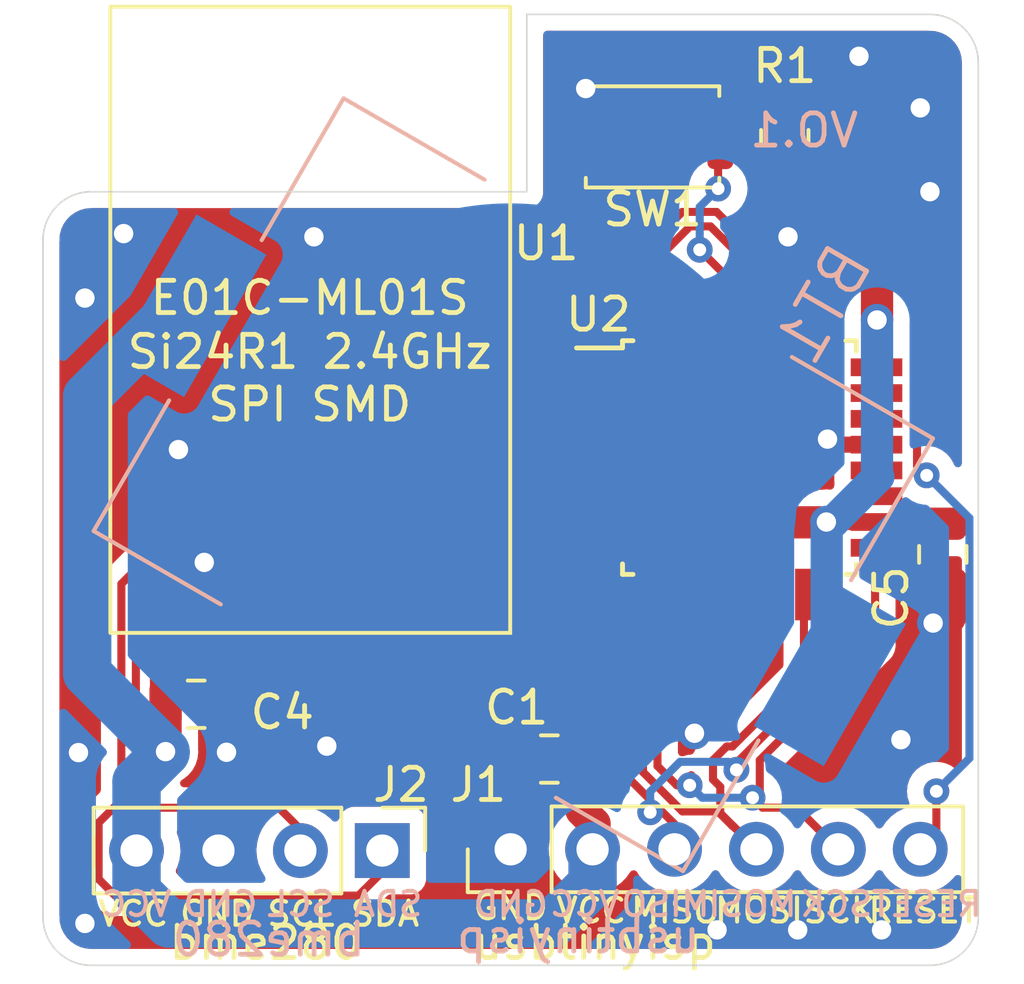
<source format=kicad_pcb>
(kicad_pcb (version 20211014) (generator pcbnew)
  (layers (0 "F.Cu" signal) (31 "B.Cu" signal) (34 "B.Paste" user) (35 "F.Paste" user) (36 "B.SilkS" user "B.Silkscreen") (37 "F.SilkS" user "F.Silkscreen") (38 "B.Mask" user) (39 "F.Mask" user) (44 "Edge.Cuts" user))
  (net 0 "")
  (net 1 "SDA")
  (net 2 "SCL")
  (net 3 "VCC")
  (net 4 "GND")
  (net 7 "SCK")
  (net 8 "MOSI")
  (net 9 "MISO")
  (net 11 "RXD")
  (net 12 "TXD")
  (net 30 "RESET")
  (footprint "My footprints:E01C-ML01S" (layer "F.Cu") (at 103.759 66.294 180)
    (fp_text reference "U1" (at -7.341 1.694) (layer "F.SilkS"))
    (fp_text value "E01C-ML01S")
    (fp_text user "E01C-ML01S" (at -0.011 0 unlocked) (layer "F.SilkS"))
    (fp_text user "SPI SMD" (at -0.011 -3.306 unlocked) (layer "F.SilkS"))
    (fp_text user "Si24R1 2.4GHz" (at -0.011 -1.676 unlocked) (layer "F.SilkS"))
    (fp_rect (start -6.227099 -10.392333) (end 6.17144 9.033116) (layer "F.SilkS") (width 0.12) (fill none))
    (pad "1" smd rect (at 4.444214 -10.179664 180) (size 0.9 2) (layers "F.Cu" "F.Paste" "F.Mask") (net 3 "VCC"))
    (pad "2" smd rect (at 3.174214 -10.179664 180) (size 0.9 2) (layers "F.Cu" "F.Paste" "F.Mask"))
    (pad "3" smd rect (at 1.904214 -10.179664 180) (size 0.9 2) (layers "F.Cu" "F.Paste" "F.Mask"))
    (pad "4" smd rect (at 0.634214 -10.179664 180) (size 0.9 2) (layers "F.Cu" "F.Paste" "F.Mask") (net 7 "SCK"))
    (pad "5" smd rect (at -0.635786 -10.179664 180) (size 0.9 2) (layers "F.Cu" "F.Paste" "F.Mask") (net 8 "MOSI"))
    (pad "6" smd rect (at -1.905786 -10.179664 180) (size 0.9 2) (layers "F.Cu" "F.Paste" "F.Mask") (net 9 "MISO"))
    (pad "7" smd rect (at -3.175786 -10.179664 180) (size 0.9 2) (layers "F.Cu" "F.Paste" "F.Mask"))
    (pad "8" smd rect (at -4.445786 -10.179664 180) (size 0.9 2) (layers "F.Cu" "F.Paste" "F.Mask") (net 4 "GND"))
    (zone (net 0) (net_name "") (layers *.Cu) (connect_pads (clearance 0)) (min_thickness 0.254)
      (keepout (tracks not_allowed) (vias not_allowed) (pads not_allowed) (copperpour not_allowed) (footprints not_allowed))
      (fill (thermal_gap 0.508) (thermal_bridge_width 0.508))
      (polygon (pts (xy 97.75405 57.428082) (xy 109.743315 57.42808) (xy 109.743315 62.92808) (xy 97.75405 62.928082)))
    )
  )
  (footprint "Connector_PinHeader_2.54mm:PinHeader_1x04_P2.54mm_Vertical" (layer "F.Cu") (at 106.02 83.439 -90)
    (fp_text reference "J2" (at -2.039 -0.58) (layer "F.SilkS"))
    (fp_text value "BME280")
    (fp_line (start -1.33 -1.33) (end 0 -1.33) (layer "F.SilkS") (width 0.12))
    (fp_line (start -1.33 0) (end -1.33 -1.33) (layer "F.SilkS") (width 0.12))
    (fp_line (start -1.33 8.95) (end 1.33 8.95) (layer "F.SilkS") (width 0.12))
    (fp_line (start -1.33 1.27) (end -1.33 8.95) (layer "F.SilkS") (width 0.12))
    (fp_line (start -1.33 1.27) (end 1.33 1.27) (layer "F.SilkS") (width 0.12))
    (fp_line (start 1.33 1.27) (end 1.33 8.95) (layer "F.SilkS") (width 0.12))
    (pad "1" thru_hole rect (at 0 0 270) (size 1.7 1.7) (drill 1) (layers *.Cu *.Mask) (net 1 "SDA"))
    (pad "2" thru_hole oval (at 0 2.54 270) (size 1.7 1.7) (drill 1) (layers *.Cu *.Mask) (net 2 "SCL"))
    (pad "3" thru_hole oval (at 0 5.08 270) (size 1.7 1.7) (drill 1) (layers *.Cu *.Mask) (net 4 "GND"))
    (pad "4" thru_hole oval (at 0 7.62 270) (size 1.7 1.7) (drill 1) (layers *.Cu *.Mask) (net 3 "VCC"))
  )
  (footprint "Capacitor_SMD:C_0805_2012Metric" (layer "F.Cu") (at 111.2 80.6)
    (fp_text reference "C1" (at -1.015 -1.598) (layer "F.SilkS"))
    (fp_text value "0.1µF")
    (fp_line (start -0.261252 -0.735) (end 0.261252 -0.735) (layer "F.SilkS") (width 0.12))
    (fp_line (start -0.261252 0.735) (end 0.261252 0.735) (layer "F.SilkS") (width 0.12))
    (pad "1" smd roundrect (at -0.95 0) (size 1 1.45) (layers "F.Cu" "F.Paste" "F.Mask") (net 4 "GND"))
    (pad "2" smd roundrect (at 0.95 0) (size 1 1.45) (layers "F.Cu" "F.Paste" "F.Mask") (net 3 "VCC"))
  )
  (footprint "Capacitor_SMD:C_0805_2012Metric" (layer "F.Cu") (at 100.25 78.9 180)
    (fp_text reference "C4" (at -2.67 -0.25) (layer "F.SilkS"))
    (fp_text value "0.1µF")
    (fp_line (start -0.261252 0.735) (end 0.261252 0.735) (layer "F.SilkS") (width 0.12))
    (fp_line (start -0.261252 -0.735) (end 0.261252 -0.735) (layer "F.SilkS") (width 0.12))
    (pad "1" smd roundrect (at -0.95 0 180) (size 1 1.45) (layers "F.Cu" "F.Paste" "F.Mask") (net 4 "GND"))
    (pad "2" smd roundrect (at 0.95 0 180) (size 1 1.45) (layers "F.Cu" "F.Paste" "F.Mask") (net 3 "VCC"))
  )
  (footprint "Button_Switch_SMD:SW_Push_SPST_NO_Alps_SKRK" (layer "F.Cu") (at 114.4 61.3 180)
    (fp_text reference "SW1" (at 0 -2.25) (layer "F.SilkS"))
    (fp_text value "SW_Push")
    (fp_line (start 2.07 1.27) (end 2.07 1.57) (layer "F.SilkS") (width 0.12))
    (fp_line (start -2.07 -1.57) (end 2.07 -1.57) (layer "F.SilkS") (width 0.12))
    (fp_line (start 2.07 1.57) (end -2.07 1.57) (layer "F.SilkS") (width 0.12))
    (fp_line (start -2.07 -1.27) (end -2.07 -1.57) (layer "F.SilkS") (width 0.12))
    (fp_line (start -2.07 1.57) (end -2.07 1.27) (layer "F.SilkS") (width 0.12))
    (fp_line (start 2.07 -1.57) (end 2.07 -1.27) (layer "F.SilkS") (width 0.12))
    (pad "1" smd roundrect (at -2.1 0 180) (size 0.8 2) (layers "F.Cu" "F.Paste" "F.Mask") (net 30 "RESET"))
    (pad "2" smd roundrect (at 2.1 0 180) (size 0.8 2) (layers "F.Cu" "F.Paste" "F.Mask") (net 4 "GND"))
  )
  (footprint "Connector_PinHeader_2.54mm:PinHeader_1x06_P2.54mm_Vertical" (layer "F.Cu") (at 110 83.4 90)
    (fp_text reference "J1" (at 2 -1 180) (layer "F.SilkS"))
    (fp_text value "USBtinyISP")
    (fp_line (start -1.33 14.03) (end 1.33 14.03) (layer "F.SilkS") (width 0.12))
    (fp_line (start 1.33 1.27) (end 1.33 14.03) (layer "F.SilkS") (width 0.12))
    (fp_line (start -1.33 1.27) (end 1.33 1.27) (layer "F.SilkS") (width 0.12))
    (fp_line (start -1.33 0) (end -1.33 -1.33) (layer "F.SilkS") (width 0.12))
    (fp_line (start -1.33 1.27) (end -1.33 14.03) (layer "F.SilkS") (width 0.12))
    (fp_line (start -1.33 -1.33) (end 0 -1.33) (layer "F.SilkS") (width 0.12))
    (pad "1" thru_hole rect (at 0 0 90) (size 1.7 1.7) (drill 1) (layers *.Cu *.Mask) (net 4 "GND"))
    (pad "2" thru_hole oval (at 0 2.54 90) (size 1.7 1.7) (drill 1) (layers *.Cu *.Mask) (net 3 "VCC"))
    (pad "3" thru_hole oval (at 0 5.08 90) (size 1.7 1.7) (drill 1) (layers *.Cu *.Mask) (net 9 "MISO"))
    (pad "4" thru_hole oval (at 0 7.62 90) (size 1.7 1.7) (drill 1) (layers *.Cu *.Mask) (net 8 "MOSI"))
    (pad "5" thru_hole oval (at 0 10.16 90) (size 1.7 1.7) (drill 1) (layers *.Cu *.Mask) (net 7 "SCK"))
    (pad "6" thru_hole oval (at 0 12.7 90) (size 1.7 1.7) (drill 1) (layers *.Cu *.Mask) (net 30 "RESET"))
  )
  (footprint "Capacitor_SMD:C_0805_2012Metric" (layer "F.Cu") (at 123.4 74.25 90)
    (fp_text reference "C5" (at -1.35 -1.6 90) (layer "F.SilkS"))
    (fp_text value "0.1µF")
    (fp_line (start -0.261252 -0.735) (end 0.261252 -0.735) (layer "F.SilkS") (width 0.12))
    (fp_line (start -0.261252 0.735) (end 0.261252 0.735) (layer "F.SilkS") (width 0.12))
    (pad "1" smd roundrect (at -0.95 0 90) (size 1 1.45) (layers "F.Cu" "F.Paste" "F.Mask") (net 4 "GND"))
    (pad "2" smd roundrect (at 0.95 0 90) (size 1 1.45) (layers "F.Cu" "F.Paste" "F.Mask") (net 3 "VCC"))
  )
  (footprint "Package_QFP:TQFP-32_7x7mm_P0.8mm" (layer "F.Cu") (at 117.094 71.247)
    (fp_text reference "U2" (at -4.374 -4.437) (layer "F.SilkS"))
    (fp_text value "ATmega328P-A")
    (fp_line (start -3.625 -3.625) (end -3.3 -3.625) (layer "F.SilkS") (width 0.15))
    (fp_line (start 3.625 3.625) (end 3.3 3.625) (layer "F.SilkS") (width 0.15))
    (fp_line (start 3.625 -3.625) (end 3.3 -3.625) (layer "F.SilkS") (width 0.15))
    (fp_line (start 3.625 3.625) (end 3.625 3.3) (layer "F.SilkS") (width 0.15))
    (fp_line (start -3.625 3.625) (end -3.3 3.625) (layer "F.SilkS") (width 0.15))
    (fp_line (start -3.625 3.625) (end -3.625 3.3) (layer "F.SilkS") (width 0.15))
    (fp_line (start 3.625 -3.625) (end 3.625 -3.3) (layer "F.SilkS") (width 0.15))
    (fp_line (start -3.625 -3.625) (end -3.625 -3.4) (layer "F.SilkS") (width 0.15))
    (fp_line (start -3.625 -3.4) (end -5.05 -3.4) (layer "F.SilkS") (width 0.15))
    (pad "1" smd rect (at -4.25 -2.8) (size 1.6 0.55) (layers "F.Cu" "F.Paste" "F.Mask"))
    (pad "2" smd rect (at -4.25 -2) (size 1.6 0.55) (layers "F.Cu" "F.Paste" "F.Mask"))
    (pad "3" smd rect (at -4.25 -1.2) (size 1.6 0.55) (layers "F.Cu" "F.Paste" "F.Mask") (net 4 "GND"))
    (pad "4" smd rect (at -4.25 -0.4) (size 1.6 0.55) (layers "F.Cu" "F.Paste" "F.Mask") (net 3 "VCC"))
    (pad "5" smd rect (at -4.25 0.4) (size 1.6 0.55) (layers "F.Cu" "F.Paste" "F.Mask") (net 4 "GND"))
    (pad "6" smd rect (at -4.25 1.2) (size 1.6 0.55) (layers "F.Cu" "F.Paste" "F.Mask") (net 3 "VCC"))
    (pad "7" smd rect (at -4.25 2) (size 1.6 0.55) (layers "F.Cu" "F.Paste" "F.Mask"))
    (pad "8" smd rect (at -4.25 2.8) (size 1.6 0.55) (layers "F.Cu" "F.Paste" "F.Mask"))
    (pad "9" smd rect (at -2.8 4.25 90) (size 1.6 0.55) (layers "F.Cu" "F.Paste" "F.Mask"))
    (pad "10" smd rect (at -2 4.25 90) (size 1.6 0.55) (layers "F.Cu" "F.Paste" "F.Mask"))
    (pad "11" smd rect (at -1.2 4.25 90) (size 1.6 0.55) (layers "F.Cu" "F.Paste" "F.Mask"))
    (pad "12" smd rect (at -0.4 4.25 90) (size 1.6 0.55) (layers "F.Cu" "F.Paste" "F.Mask"))
    (pad "13" smd rect (at 0.4 4.25 90) (size 1.6 0.55) (layers "F.Cu" "F.Paste" "F.Mask"))
    (pad "14" smd rect (at 1.2 4.25 90) (size 1.6 0.55) (layers "F.Cu" "F.Paste" "F.Mask"))
    (pad "15" smd rect (at 2 4.25 90) (size 1.6 0.55) (layers "F.Cu" "F.Paste" "F.Mask") (net 8 "MOSI"))
    (pad "16" smd rect (at 2.8 4.25 90) (size 1.6 0.55) (layers "F.Cu" "F.Paste" "F.Mask") (net 9 "MISO"))
    (pad "17" smd rect (at 4.25 2.8) (size 1.6 0.55) (layers "F.Cu" "F.Paste" "F.Mask") (net 7 "SCK"))
    (pad "18" smd rect (at 4.25 2) (size 1.6 0.55) (layers "F.Cu" "F.Paste" "F.Mask") (net 3 "VCC"))
    (pad "19" smd rect (at 4.25 1.2) (size 1.6 0.55) (layers "F.Cu" "F.Paste" "F.Mask"))
    (pad "20" smd rect (at 4.25 0.4) (size 1.6 0.55) (layers "F.Cu" "F.Paste" "F.Mask"))
    (pad "21" smd rect (at 4.25 -0.4) (size 1.6 0.55) (layers "F.Cu" "F.Paste" "F.Mask") (net 4 "GND"))
    (pad "22" smd rect (at 4.25 -1.2) (size 1.6 0.55) (layers "F.Cu" "F.Paste" "F.Mask"))
    (pad "23" smd rect (at 4.25 -2) (size 1.6 0.55) (layers "F.Cu" "F.Paste" "F.Mask"))
    (pad "24" smd rect (at 4.25 -2.8) (size 1.6 0.55) (layers "F.Cu" "F.Paste" "F.Mask"))
    (pad "25" smd rect (at 2.8 -4.25 90) (size 1.6 0.55) (layers "F.Cu" "F.Paste" "F.Mask"))
    (pad "26" smd rect (at 2 -4.25 90) (size 1.6 0.55) (layers "F.Cu" "F.Paste" "F.Mask"))
    (pad "27" smd rect (at 1.2 -4.25 90) (size 1.6 0.55) (layers "F.Cu" "F.Paste" "F.Mask") (net 1 "SDA"))
    (pad "28" smd rect (at 0.4 -4.25 90) (size 1.6 0.55) (layers "F.Cu" "F.Paste" "F.Mask") (net 2 "SCL"))
    (pad "29" smd rect (at -0.4 -4.25 90) (size 1.6 0.55) (layers "F.Cu" "F.Paste" "F.Mask") (net 30 "RESET"))
    (pad "30" smd rect (at -1.2 -4.25 90) (size 1.6 0.55) (layers "F.Cu" "F.Paste" "F.Mask") (net 11 "RXD"))
    (pad "31" smd rect (at -2 -4.25 90) (size 1.6 0.55) (layers "F.Cu" "F.Paste" "F.Mask") (net 12 "TXD"))
    (pad "32" smd rect (at -2.8 -4.25 90) (size 1.6 0.55) (layers "F.Cu" "F.Paste" "F.Mask"))
  )
  (footprint "Resistor_SMD:R_0805_2012Metric" (layer "F.Cu") (at 118.5 61.3125 90)
    (fp_text reference "R1" (at 2.2125 0 180) (layer "F.SilkS"))
    (fp_text value "10K")
    (fp_line (start -0.227064 -0.735) (end 0.227064 -0.735) (layer "F.SilkS") (width 0.12))
    (fp_line (start -0.227064 0.735) (end 0.227064 0.735) (layer "F.SilkS") (width 0.12))
    (pad "1" smd roundrect (at -0.9125 0 90) (size 1.025 1.4) (layers "F.Cu" "F.Paste" "F.Mask") (roundrect_rratio 0.243902439) (net 3 "VCC"))
    (pad "2" smd roundrect (at 0.9125 0 90) (size 1.025 1.4) (layers "F.Cu" "F.Paste" "F.Mask") (roundrect_rratio 0.243902439) (net 30 "RESET"))
  )
  (footprint "batteryholder_smd_cr2022_cr2032:BAT_BAT-HLD-001" (layer "B.Cu") (at 109.982 72.263 -30)
    (fp_text reference "BT1" (at 5.534535 -9.849904 60) (layer "B.SilkS") (effects (font (size 1.4 1.4)) (justify mirror)))
    (fp_text value "Battery")
    (fp_line (start -10.55 -2.87) (end -10.55 -7.95) (layer "B.SilkS") (width 0.127))
    (fp_line (start -10.55 -7.95) (end -5.5 -7.95) (layer "B.SilkS") (width 0.127))
    (fp_line (start 6 7.55) (end 10.55 7.55) (layer "B.SilkS") (width 0.127))
    (fp_line (start 10.55 7.55) (end 10.55 2.87) (layer "B.SilkS") (width 0.127))
    (fp_line (start -10.55 7.55) (end -6 7.55) (layer "B.SilkS") (width 0.127))
    (fp_line (start 5.5 -7.95) (end 10.55 -7.95) (layer "B.SilkS") (width 0.127))
    (fp_line (start 10.55 -7.95) (end 10.55 -2.87) (layer "B.SilkS") (width 0.127))
    (fp_line (start -10.55 2.87) (end -10.55 7.55) (layer "B.SilkS") (width 0.127))
    (pad "N1" smd circle locked (at 0 0 300) (size 17.8 17.8) (layers "B.Cu" "B.Mask") (net 4 "GND"))
    (pad "P1" smd rect locked (at -11.45 0 330) (size 2.5 5.1) (layers "B.Cu" "B.Paste" "B.Mask") (net 3 "VCC"))
    (pad "P2" smd rect locked (at 11.45 0 330) (size 2.5 5.1) (layers "B.Cu" "B.Paste" "B.Mask") (net 3 "VCC"))
  )
  (gr_arc (start 95.5 64.5) (mid 95.93934 63.43934) (end 97 63) (layer "Edge.Cuts") (width 0.05))
  (gr_line (start 110.5 57.5) (end 110.5 63) (layer "Edge.Cuts") (width 0.05))
  (gr_line (start 124.5 85.5) (end 124.5 59) (layer "Edge.Cuts") (width 0.05))
  (gr_line (start 123 57.5) (end 110.5 57.5) (layer "Edge.Cuts") (width 0.05))
  (gr_arc (start 123 57.5) (mid 124.06066 57.93934) (end 124.5 59) (layer "Edge.Cuts") (width 0.05))
  (gr_line (start 95.5 64.5) (end 95.5 85.5) (layer "Edge.Cuts") (width 0.05))
  (gr_line (start 110.5 63) (end 97 63) (layer "Edge.Cuts") (width 0.05))
  (gr_line (start 97 87) (end 123 87) (layer "Edge.Cuts") (width 0.05))
  (gr_arc (start 124.5 85.5) (mid 124.06066 86.56066) (end 123 87) (layer "Edge.Cuts") (width 0.05))
  (gr_arc (start 97 87) (mid 95.93934 86.56066) (end 95.5 85.5) (layer "Edge.Cuts") (width 0.05))
  (gr_text "RESET" (at 122.9 85.1) (layer "B.SilkS") (effects (font (size 0.75 0.75) (thickness 0.125)) (justify mirror)))
  (gr_text "VCC" (at 112.3 85.1) (layer "B.SilkS") (effects (font (size 0.75 0.75) (thickness 0.125)) (justify mirror)))
  (gr_text "SDA" (at 106.2 85.1) (layer "B.SilkS") (effects (font (size 0.75 0.75) (thickness 0.125)) (justify mirror)))
  (gr_text "SCL" (at 103.5 85.1) (layer "B.SilkS") (effects (font (size 0.75 0.75) (thickness 0.125)) (justify mirror)))
  (gr_text "bme280" (at 102.5 86.2) (layer "B.SilkS") (effects (font (size 1 1)) (justify mirror)))
  (gr_text "GND" (at 101 85.1) (layer "B.SilkS") (effects (font (size 0.75 0.75) (thickness 0.125)) (justify mirror)))
  (gr_text "GND" (at 110 85.1) (layer "B.SilkS") (effects (font (size 0.75 0.75) (thickness 0.125)) (justify mirror)))
  (gr_text "usbtinyisp" (at 112.1 86.1) (layer "B.SilkS") (effects (font (size 1 1)) (justify mirror)))
  (gr_text "MISO" (at 114.8 85.1) (layer "B.SilkS") (effects (font (size 0.75 0.75) (thickness 0.125)) (justify mirror)))
  (gr_text "VO.1" (at 119.1 61.1) (layer "B.SilkS") (effects (font (size 1 1)) (justify mirror)))
  (gr_text "VCC" (at 98.4 85.1) (layer "B.SilkS") (effects (font (size 0.75 0.75) (thickness 0.125)) (justify mirror)))
  (gr_text "SCK" (at 120.1 85.1) (layer "B.SilkS") (effects (font (size 0.75 0.75) (thickness 0.125)) (justify mirror)))
  (gr_text "MOSI" (at 117.5 85.1) (layer "B.SilkS") (effects (font (size 0.75 0.75) (thickness 0.125)) (justify mirror)))
  (gr_text "SCK" (at 120.2 85.3) (layer "F.SilkS") (effects (font (size 0.75 0.75) (thickness 0.125))))
  (gr_text "usbtinyisp" (at 112.6 86.3) (layer "F.SilkS") (effects (font (size 1 1))))
  (gr_text "GND" (at 110 85.2) (layer "F.SilkS") (effects (font (size 0.75 0.75) (thickness 0.125))))
  (gr_text "RESET" (at 122.8 85.3) (layer "F.SilkS") (effects (font (size 0.75 0.75) (thickness 0.125))))
  (gr_text "VCC" (at 112.5 85.3) (layer "F.SilkS") (effects (font (size 0.75 0.75) (thickness 0.125))))
  (gr_text "GND" (at 100.9 85.4) (layer "F.SilkS") (effects (font (size 0.75 0.75) (thickness 0.125))))
  (gr_text "bme280" (at 102.4 86.3) (layer "F.SilkS") (effects (font (size 1 1))))
  (gr_text "MOSI" (at 117.7 85.3) (layer "F.SilkS") (effects (font (size 0.75 0.75) (thickness 0.125))))
  (gr_text "MISO" (at 115.1 85.3) (layer "F.SilkS") (effects (font (size 0.75 0.75) (thickness 0.125))))
  (gr_text "VCC" (at 98.3 85.4) (layer "F.SilkS") (effects (font (size 0.75 0.75) (thickness 0.125))))
  (gr_text "SCL" (at 103.5 85.4) (layer "F.SilkS") (effects (font (size 0.75 0.75) (thickness 0.125))))
  (gr_text "SDA" (at 106.1 85.4) (layer "F.SilkS") (effects (font (size 0.75 0.75) (thickness 0.125))))
  (segment (start 97.736 84.836) (end 105.283 84.836) (width 0.25) (layer "F.Cu") (net 1))
  (segment (start 97.225 82.575) (end 97.225 84.325) (width 0.25) (layer "F.Cu") (net 1))
  (segment (start 100.146812 72.95) (end 97.93 75.166812) (width 0.25) (layer "F.Cu") (net 1))
  (segment (start 97.93 81.87) (end 97.225 82.575) (width 0.25) (layer "F.Cu") (net 1))
  (segment (start 105.313604 72.95) (end 100.146812 72.95) (width 0.25) (layer "F.Cu") (net 1))
  (segment (start 97.225 84.325) (end 97.736 84.836) (width 0.25) (layer "F.Cu") (net 1))
  (segment (start 118.294 66.997) (end 118.294 65.537604) (width 0.25) (layer "F.Cu") (net 1))
  (segment (start 105.283 84.836) (end 106.68 83.439) (width 0.25) (layer "F.Cu") (net 1))
  (segment (start 118.294 65.537604) (end 116.383396 63.627) (width 0.25) (layer "F.Cu") (net 1))
  (segment (start 97.93 75.166812) (end 97.93 81.87) (width 0.25) (layer "F.Cu") (net 1))
  (segment (start 116.383396 63.627) (end 115.323 63.627) (width 0.25) (layer "F.Cu") (net 1))
  (segment (start 115.323 63.627) (end 113.6 65.35) (width 0.25) (layer "F.Cu") (net 1))
  (segment (start 112.913604 65.35) (end 105.313604 72.95) (width 0.25) (layer "F.Cu") (net 1))
  (segment (start 113.6 65.35) (end 112.913604 65.35) (width 0.25) (layer "F.Cu") (net 1))
  (segment (start 105.5 73.4) (end 100.333208 73.4) (width 0.25) (layer "F.Cu") (net 2))
  (segment (start 116.1965 64.0765) (end 115.562395 64.0765) (width 0.25) (layer "F.Cu") (net 2))
  (segment (start 98.711 82.111) (end 102.812 82.111) (width 0.25) (layer "F.Cu") (net 2))
  (segment (start 117.5 65.38) (end 116.1965 64.0765) (width 0.25) (layer "F.Cu") (net 2))
  (segment (start 102.812 82.111) (end 104.14 83.439) (width 0.25) (layer "F.Cu") (net 2))
  (segment (start 98.38 75.353208) (end 98.38 81.78) (width 0.25) (layer "F.Cu") (net 2))
  (segment (start 98.38 81.78) (end 98.711 82.111) (width 0.25) (layer "F.Cu") (net 2))
  (segment (start 115.562395 64.0765) (end 113.838895 65.8) (width 0.25) (layer "F.Cu") (net 2))
  (segment (start 117.494 66.997) (end 117.494 65.386) (width 0.25) (layer "F.Cu") (net 2))
  (segment (start 113.838895 65.8) (end 113.1 65.8) (width 0.25) (layer "F.Cu") (net 2))
  (segment (start 113.1 65.8) (end 105.5 73.4) (width 0.25) (layer "F.Cu") (net 2))
  (segment (start 100.333208 73.4) (end 98.38 75.353208) (width 0.25) (layer "F.Cu") (net 2))
  (segment (start 112.2 82.2) (end 112.6 82.6) (width 1) (layer "F.Cu") (net 3))
  (segment (start 119.789819 73.247) (end 119.779638 73.257181) (width 1) (layer "F.Cu") (net 3))
  (segment (start 112.844 70.847) (end 113.847 70.847) (width 0.6) (layer "F.Cu") (net 3))
  (segment (start 118.5 62.225) (end 121.36 65.085) (width 1) (layer "F.Cu") (net 3))
  (segment (start 121.36 65.085) (end 121.36 66.98) (width 1) (layer "F.Cu") (net 3))
  (segment (start 118.83 62.59) (end 118.83 62.37) (width 0.25) (layer "F.Cu") (net 3))
  (segment (start 99.3 80.37) (end 99.3 78.9) (width 1) (layer "F.Cu") (net 3))
  (segment (start 121.344 73.247) (end 123.347 73.247) (width 0.5) (layer "F.Cu") (net 3))
  (segment (start 123.347 73.247) (end 123.4 73.3) (width 0.5) (layer "F.Cu") (net 3))
  (segment (start 118.811 62.571) (end 118.83 62.59) (width 0.25) (layer "F.Cu") (net 3))
  (segment (start 114.053 72.447) (end 114.2 72.3) (width 0.6) (layer "F.Cu") (net 3))
  (segment (start 112.6 82.6) (end 112.6 83.4) (width 1) (layer "F.Cu") (net 3))
  (segment (start 112.2 82.2) (end 112.2 80.65) (width 1) (layer "F.Cu") (net 3))
  (segment (start 119.779638 73.257181) (end 115.157181 73.257181) (width 1) (layer "F.Cu") (net 3))
  (segment (start 113.847 70.847) (end 114.4 71.4) (width 0.6) (layer "F.Cu") (net 3))
  (segment (start 112.844 72.447) (end 114.053 72.447) (width 0.6) (layer "F.Cu") (net 3))
  (segment (start 115.157181 73.257181) (end 114.4 72.5) (width 1) (layer "F.Cu") (net 3))
  (segment (start 99.314786 76.727664) (end 99.314786 78.486786) (width 1) (layer "F.Cu") (net 3))
  (segment (start 119.789819 73.247) (end 121.344 73.247) (width 0.5) (layer "F.Cu") (net 3))
  (segment (start 99.295122 76.708) (end 99.314786 76.727664) (width 1) (layer "F.Cu") (net 3))
  (segment (start 114.4 72.5) (end 114.4 71.4) (width 1) (layer "F.Cu") (net 3))
  (segment (start 112.2 80.65) (end 112.15 80.6) (width 1) (layer "F.Cu") (net 3))
  (via (at 119.789819 73.247) (size 1) (drill 0.6) (layers "F.Cu" "B.Cu") (net 3))
  (via (at 99.3 80.37) (size 1) (drill 0.6) (layers "F.Cu" "B.Cu") (net 3))
  (via (at 121.36 66.98) (size 1) (drill 0.6) (layers "F.Cu" "B.Cu") (net 3))
  (segment (start 99.3 80.37) (end 96.87 77.94) (width 1.5) (layer "B.Cu") (net 3))
  (segment (start 119.8 73.257181) (end 119.8 77.704991) (width 1) (layer "B.Cu") (net 3))
  (segment (start 98.4 84.7) (end 98.4 83.439) (width 1.5) (layer "B.Cu") (net 3))
  (segment (start 119.993 73.247) (end 119.789819 73.247) (width 1) (layer "B.Cu") (net 3))
  (segment (start 121.36 66.98) (end 121.36 71.8) (width 1) (layer "B.Cu") (net 3))
  (segment (start 121.4 71.84) (end 119.993 73.247) (width 1) (layer "B.Cu") (net 3))
  (segment (start 96.87 77.94) (end 96.87 69.353009) (width 1.5) (layer "B.Cu") (net 3))
  (segment (start 96.87 69.353009) (end 99.685009 66.538) (width 1.5) (layer "B.Cu") (net 3))
  (segment (start 121.36 71.8) (end 121.4 71.84) (width 1) (layer "B.Cu") (net 3))
  (segment (start 99.3 80.37) (end 99.3 80.4) (width 1.5) (layer "B.Cu") (net 3))
  (segment (start 98.4 81.3) (end 98.4 83.439) (width 1.5) (layer "B.Cu") (net 3))
  (segment (start 99.4 85.7) (end 98.4 84.7) (width 1.5) (layer "B.Cu") (net 3))
  (segment (start 99.3 80.4) (end 98.4 81.3) (width 1.5) (layer "B.Cu") (net 3))
  (segment (start 119.789819 73.247) (end 119.8 73.257181) (width 1) (layer "B.Cu") (net 3))
  (segment (start 112.54 84.46) (end 111.3 85.7) (width 1.5) (layer "B.Cu") (net 3))
  (segment (start 111.3 85.7) (end 99.4 85.7) (width 1.5) (layer "B.Cu") (net 3))
  (segment (start 112.54 83.4) (end 112.54 84.46) (width 1.5) (layer "B.Cu") (net 3))
  (segment (start 108.204786 78.053664) (end 106.05845 80.2) (width 1) (layer "F.Cu") (net 4))
  (segment (start 123.1 76.382206) (end 123.4 76.082206) (width 1.5) (layer "F.Cu") (net 4))
  (segment (start 112.327 61.273) (end 112.3 61.3) (width 1) (layer "F.Cu") (net 4))
  (segment (start 111.252 71.23) (end 111.252 70.464) (width 0.8) (layer "F.Cu") (net 4))
  (segment (start 123.4 76.082206) (end 123.4 75.2) (width 1.5) (layer "F.Cu") (net 4))
  (segment (start 111.252 70.464) (end 111.669 70.047) (width 0.5) (layer "F.Cu") (net 4))
  (segment (start 111.669 70.047) (end 112.844 70.047) (width 0.5) (layer "F.Cu") (net 4))
  (segment (start 112.844 71.647) (end 111.669 71.647) (width 0.5) (layer "F.Cu") (net 4))
  (segment (start 108.204786 76.473664) (end 108.204786 78.053664) (width 1) (layer "F.Cu") (net 4))
  (segment (start 111.669 71.647) (end 111.252 71.23) (width 0.5) (layer "F.Cu") (net 4))
  (segment (start 119.196 70.047) (end 119.8245 70.6755) (width 1) (layer "F.Cu") (net 4))
  (segment (start 114.5 70.047) (end 119.196 70.047) (width 1) (layer "F.Cu") (net 4))
  (segment (start 112.327 59.8) (end 112.327 61.273) (width 1) (layer "F.Cu") (net 4))
  (segment (start 101.2 78.9) (end 101.2 80.38) (width 1) (layer "F.Cu") (net 4))
  (segment (start 119.8245 70.6755) (end 119.996 70.847) (width 0.5) (layer "F.Cu") (net 4))
  (segment (start 110.25 83.15) (end 110 83.4) (width 1) (layer "F.Cu") (net 4))
  (segment (start 106.05845 80.2) (end 104.3 80.2) (width 1) (layer "F.Cu") (net 4))
  (segment (start 101.2 80.38) (end 101.19 80.39) (width 1) (layer "F.Cu") (net 4))
  (segment (start 112.844 70.047) (end 114.5 70.047) (width 0.5) (layer "F.Cu") (net 4))
  (segment (start 110.25 80.6) (end 110.25 83.15) (width 1) (layer "F.Cu") (net 4))
  (segment (start 119.996 70.847) (end 121.344 70.847) (width 0.5) (layer "F.Cu") (net 4))
  (via (at 120.8 58.8) (size 1) (drill 0.6) (layers "F.Cu" "B.Cu") (net 4))
  (via (at 115.7 79.8) (size 1) (drill 0.6) (layers "F.Cu" "B.Cu") (net 4))
  (via (at 119.8245 70.6755) (size 1) (drill 0.6) (layers "F.Cu" "B.Cu") (net 4))
  (via (at 96.8 66.3) (size 1) (drill 0.6) (layers "F.Cu" "B.Cu") (net 4))
  (via (at 122.7 60.4) (size 1) (drill 0.6) (layers "F.Cu" "B.Cu") (net 4))
  (via (at 101.19 80.39) (size 1) (drill 0.6) (layers "F.Cu" "B.Cu") (net 4))
  (via (at 118.9 85.9) (size 1) (drill 0.6) (layers "F.Cu" "B.Cu") (net 4))
  (via (at 122.1 80) (size 1) (drill 0.6) (layers "F.Cu" "B.Cu") (net 4))
  (via (at 104.3 80.2) (size 1) (drill 0.6) (layers "F.Cu" "B.Cu") (net 4))
  (via (at 96.6 80.4) (size 1) (drill 0.6) (layers "F.Cu" "B.Cu") (net 4))
  (via (at 123.1 76.382206) (size 1) (drill 0.6) (layers "F.Cu" "B.Cu") (net 4))
  (via (at 103.9 64.4) (size 1) (drill 0.6) (layers "F.Cu" "B.Cu") (net 4))
  (via (at 123 63) (size 1) (drill 0.6) (layers "F.Cu" "B.Cu") (net 4))
  (via (at 100.5 74.5) (size 1) (drill 0.6) (layers "F.Cu" "B.Cu") (net 4))
  (via (at 96.8 85.7) (size 1) (drill 0.6) (layers "F.Cu" "B.Cu") (net 4))
  (via (at 118.6 64.4) (size 1) (drill 0.6) (layers "F.Cu" "B.Cu") (net 4))
  (via (at 98 64.3) (size 1) (drill 0.6) (layers "F.Cu" "B.Cu") (net 4))
  (via (at 121.5 85.9) (size 1) (drill 0.6) (layers "F.Cu" "B.Cu") (net 4))
  (via (at 99.7 71) (size 1) (drill 0.6) (layers "F.Cu" "B.Cu") (net 4))
  (via (at 116.4 85.9) (size 1) (drill 0.6) (layers "F.Cu" "B.Cu") (net 4))
  (via (at 112.327 59.8) (size 1) (drill 0.6) (layers "F.Cu" "B.Cu") (net 4))
  (segment (start 111.252 73.279) (end 110.236 72.263) (width 0.5) (layer "B.Cu") (net 4))
  (segment (start 103.124786 77.303664) (end 103.124786 76.473664) (width 0.25) (layer "F.Cu") (net 7))
  (segment (start 117.809 82.109) (end 118.869 82.109) (width 0.25) (layer "F.Cu") (net 7))
  (segment (start 114.552936 79.41654) (end 108.986396 73.85) (width 0.25) (layer "F.Cu") (net 7))
  (segment (start 104.49845 73.85) (end 103.124786 75.223664) (width 0.25) (layer "F.Cu") (net 7))
  (segment (start 121.3 74.091) (end 121.344 74.047) (width 0.25) (layer "F.Cu") (net 7))
  (segment (start 108.986396 73.85) (end 104.49845 73.85) (width 0.25) (layer "F.Cu") (net 7))
  (segment (start 117.5 81.8) (end 117.7245 81.5755) (width 0.25) (layer "F.Cu") (net 7))
  (segment (start 114.552936 80.81654) (end 114.552936 79.41654) (width 0.25) (layer "F.Cu") (net 7))
  (segment (start 115.5505 81.1495) (end 115.6 81.1) (width 0.25) (layer "F.Cu") (net 7))
  (segment (start 117.7245 81.5755) (end 117.7245 80.634534) (width 0.25) (layer "F.Cu") (net 7))
  (segment (start 117.7245 80.634534) (end 121.3 77.059034) (width 0.25) (layer "F.Cu") (net 7))
  (segment (start 115.5505 81.412545) (end 115.5505 81.1495) (width 0.25) (layer "F.Cu") (net 7))
  (segment (start 117.5 81.8) (end 117.809 82.109) (width 0.25) (layer "F.Cu") (net 7))
  (segment (start 118.869 82.109) (end 120.16 83.4) (width 0.25) (layer "F.Cu") (net 7))
  (segment (start 115.5505 81.412545) (end 115.148941 81.412545) (width 0.25) (layer "F.Cu") (net 7))
  (segment (start 121.3 77.059034) (end 121.3 74.091) (width 0.25) (layer "F.Cu") (net 7))
  (segment (start 115.148941 81.412545) (end 114.552936 80.81654) (width 0.25) (layer "F.Cu") (net 7))
  (segment (start 103.124786 75.223664) (end 103.124786 76.473664) (width 0.25) (layer "F.Cu") (net 7))
  (via (at 115.5505 81.412545) (size 0.8) (drill 0.4) (layers "F.Cu" "B.Cu") (net 7))
  (via (at 117.5 81.8) (size 0.8) (drill 0.4) (layers "F.Cu" "B.Cu") (net 7))
  (segment (start 115.937955 81.8) (end 115.5505 81.412545) (width 0.25) (layer "B.Cu") (net 7))
  (segment (start 117.5 81.8) (end 115.937955 81.8) (width 0.25) (layer "B.Cu") (net 7))
  (segment (start 117.4 81.9) (end 117.5 81.8) (width 0.25) (layer "B.Cu") (net 7))
  (segment (start 116.876403 80.209839) (end 119.094 77.992242) (width 0.25) (layer "F.Cu") (net 8))
  (segment (start 117.62 83.4) (end 116.9 82.68) (width 0.25) (layer "F.Cu") (net 8))
  (segment (start 116.5 81.460644) (end 116.2745 81.235144) (width 0.25) (layer "F.Cu") (net 8))
  (segment (start 105.31845 74.3) (end 108.8 74.3) (width 0.25) (layer "F.Cu") (net 8))
  (segment (start 115.325 82.225) (end 116.445 82.225) (width 0.25) (layer "F.Cu") (net 8))
  (segment (start 116.88 82.68) (end 116.5 82.3) (width 0.25) (layer "F.Cu") (net 8))
  (segment (start 104.394786 75.223664) (end 105.31845 74.3) (width 0.25) (layer "F.Cu") (net 8))
  (segment (start 114.102936 81.002936) (end 115.325 82.225) (width 0.25) (layer "F.Cu") (net 8))
  (segment (start 116.2745 80.634534) (end 116.699195 80.209839) (width 0.25) (layer "F.Cu") (net 8))
  (segment (start 116.2745 81.235144) (end 116.2745 80.634534) (width 0.25) (layer "F.Cu") (net 8))
  (segment (start 116.699195 80.209839) (end 116.876403 80.209839) (width 0.25) (layer "F.Cu") (net 8))
  (segment (start 116.445 82.225) (end 117.62 83.4) (width 0.25) (layer "F.Cu") (net 8))
  (segment (start 108.8 74.3) (end 114.102936 79.602936) (width 0.25) (layer "F.Cu") (net 8))
  (segment (start 116.9 82.68) (end 116.88 82.68) (width 0.25) (layer "F.Cu") (net 8))
  (segment (start 104.394786 76.473664) (end 104.394786 75.223664) (width 0.25) (layer "F.Cu") (net 8))
  (segment (start 116.5 82.3) (end 116.5 81.460644) (width 0.25) (layer "F.Cu") (net 8))
  (segment (start 114.102936 79.602936) (end 114.102936 81.002936) (width 0.25) (layer "F.Cu") (net 8))
  (segment (start 119.094 77.992242) (end 119.094 75.497) (width 0.25) (layer "F.Cu") (net 8))
  (segment (start 119.894 77.828638) (end 119.894 75.497) (width 0.25) (layer "F.Cu") (net 9))
  (segment (start 114.326677 82.251276) (end 114.326677 81.863073) (width 0.25) (layer "F.Cu") (net 9))
  (segment (start 106 74.8) (end 105.664786 75.135214) (width 0.25) (layer "F.Cu") (net 9))
  (segment (start 113.652936 81.189332) (end 113.652936 79.821814) (width 0.25) (layer "F.Cu") (net 9))
  (segment (start 105.664786 76.473664) (end 105.664786 77.343786) (width 0.25) (layer "F.Cu") (net 9))
  (segment (start 116.9995 80.934839) (end 116.9995 80.723138) (width 0.25) (layer "F.Cu") (net 9))
  (segment (start 108.631122 74.8) (end 106 74.8) (width 0.25) (layer "F.Cu") (net 9))
  (segment (start 114.71488 82.251276) (end 115.08 82.616396) (width 0.25) (layer "F.Cu") (net 9))
  (segment (start 114.326677 81.863073) (end 113.652936 81.189332) (width 0.25) (layer "F.Cu") (net 9))
  (segment (start 115.08 82.68) (end 115.08 83.4) (width 0.25) (layer "F.Cu") (net 9))
  (segment (start 115.08 82.616396) (end 115.08 83.4) (width 0.25) (layer "F.Cu") (net 9))
  (segment (start 114.326677 82.251276) (end 114.71488 82.251276) (width 0.25) (layer "F.Cu") (net 9))
  (segment (start 116.9995 80.723138) (end 119.894 77.828638) (width 0.25) (layer "F.Cu") (net 9))
  (segment (start 113.652936 79.821814) (end 108.631122 74.8) (width 0.25) (layer "F.Cu") (net 9))
  (segment (start 105.664786 75.135214) (end 105.664786 76.473664) (width 0.25) (layer "F.Cu") (net 9))
  (via (at 114.326677 82.251276) (size 0.8) (drill 0.4) (layers "F.Cu" "B.Cu") (net 9))
  (via (at 116.9995 80.934839) (size 0.8) (drill 0.4) (layers "F.Cu" "B.Cu") (net 9))
  (segment (start 116.752206 80.687545) (end 115.250195 80.687545) (width 0.25) (layer "B.Cu") (net 9))
  (segment (start 115.250195 80.687545) (end 114.326677 81.611063) (width 0.25) (layer "B.Cu") (net 9))
  (segment (start 116.9995 80.934839) (end 116.752206 80.687545) (width 0.25) (layer "B.Cu") (net 9))
  (segment (start 114.326677 81.611063) (end 114.326677 82.251276) (width 0.25) (layer "B.Cu") (net 9))
  (segment (start 116.694 66.997) (end 116.694 65.6328) (width 0.25) (layer "F.Cu") (net 30))
  (segment (start 116.432666 60.546334) (end 116.527 60.452) (width 0.25) (layer "F.Cu") (net 30))
  (segment (start 116.654 60.579) (end 116.527 60.452) (width 0.25) (layer "F.Cu") (net 30))
  (segment (start 119.525 61.425) (end 119.525 62.025) (width 0.25) (layer "F.Cu") (net 30))
  (segment (start 116.432666 62.904177) (end 116.432666 60.546334) (width 0.25) (layer "F.Cu") (net 30))
  (segment (start 118.5 60.4) (end 119.525 61.425) (width 0.25) (layer "F.Cu") (net 30))
  (segment (start 122.6 71.5) (end 122.9 71.8) (width 0.25) (layer "F.Cu") (net 30))
  (segment (start 123.2 81.6) (end 123.2 82.9) (width 0.25) (layer "F.Cu") (net 30))
  (segment (start 116.694 60.619) (end 116.527 60.452) (width 0.25) (layer "F.Cu") (net 30))
  (segment (start 116.694 65.6328) (end 115.8627 64.8015) (width 0.25) (layer "F.Cu") (net 30))
  (segment (start 118.811 60.579) (end 116.654 60.579) (width 0.25) (layer "F.Cu") (net 30))
  (segment (start 123.2 82.9) (end 122.7 83.4) (width 0.25) (layer "F.Cu") (net 30))
  (segment (start 122.6 65.1) (end 122.6 71.5) (width 0.25) (layer "F.Cu") (net 30))
  (segment (start 119.525 62.025) (end 122.6 65.1) (width 0.25) (layer "F.Cu") (net 30))
  (via (at 122.9 71.8) (size 0.8) (drill 0.4) (layers "F.Cu" "B.Cu") (net 30))
  (via (at 115.8627 64.8015) (size 0.8) (drill 0.4) (layers "F.Cu" "B.Cu") (net 30))
  (via (at 123.2 81.6) (size 0.8) (drill 0.4) (layers "F.Cu" "B.Cu") (net 30))
  (via (at 116.432666 62.904177) (size 0.8) (drill 0.4) (layers "F.Cu" "B.Cu") (net 30))
  (segment (start 123.2 81.6) (end 124.225 80.575) (width 0.25) (layer "B.Cu") (net 30))
  (segment (start 124.225 80.575) (end 124.225 73.125) (width 0.25) (layer "B.Cu") (net 30))
  (segment (start 124.225 73.125) (end 122.9 71.8) (width 0.25) (layer "B.Cu") (net 30))
  (segment (start 115.8627 64.8015) (end 115.8627 63.474143) (width 0.25) (layer "B.Cu") (net 30))
  (segment (start 115.8627 63.474143) (end 116.432666 62.904177) (width 0.25) (layer "B.Cu") (net 30))
  (zone (net 4) (net_name "GND") (layer "F.Cu") (connect_pads yes (clearance 0.508)) (min_thickness 0.254) (fill yes (thermal_gap 0.508) (thermal_bridge_width 0.508))
    (polygon (pts (xy 124.506478 86.987413) (xy 95.503021 86.987413) (xy 95.50302 62.989829) (xy 110.514467 62.989829) (xy 110.514468 57.500001) (xy 124.506478 57.500001)))
  )
  (zone (net 4) (net_name "GND") (layer "B.Cu") (connect_pads yes (clearance 0.508)) (min_thickness 0.254) (fill yes (thermal_gap 0.508) (thermal_bridge_width 0.508))
    (polygon (pts (xy 124.506478 86.987413) (xy 95.503021 86.987413) (xy 95.50302 62.989829) (xy 110.514467 62.989829) (xy 110.514468 57.500001) (xy 124.506478 57.500001)))
  )
)
</source>
